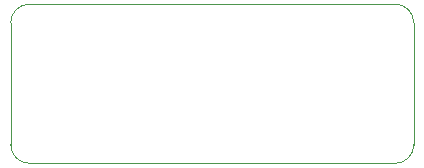
<source format=gm1>
%TF.GenerationSoftware,KiCad,Pcbnew,7.0.6*%
%TF.CreationDate,2024-04-11T11:50:25+05:30*%
%TF.ProjectId,jstxh compact splitter board,6a737478-6820-4636-9f6d-706163742073,rev?*%
%TF.SameCoordinates,Original*%
%TF.FileFunction,Profile,NP*%
%FSLAX46Y46*%
G04 Gerber Fmt 4.6, Leading zero omitted, Abs format (unit mm)*
G04 Created by KiCad (PCBNEW 7.0.6) date 2024-04-11 11:50:25*
%MOMM*%
%LPD*%
G01*
G04 APERTURE LIST*
%TA.AperFunction,Profile*%
%ADD10C,0.100000*%
%TD*%
G04 APERTURE END LIST*
D10*
X108743800Y-84137500D02*
G75*
G03*
X110331250Y-85725000I1587500J0D01*
G01*
X141287500Y-85725000D02*
G75*
G03*
X142875000Y-84137500I0J1587500D01*
G01*
X108743750Y-84137500D02*
X108743750Y-73818750D01*
X110331250Y-72231250D02*
G75*
G03*
X108743750Y-73818750I50J-1587550D01*
G01*
X142875000Y-84137500D02*
X142875000Y-73818750D01*
X141287500Y-85725000D02*
X110331250Y-85725000D01*
X110331250Y-72231250D02*
X141287500Y-72231250D01*
X142875050Y-73818750D02*
G75*
G03*
X141287500Y-72231250I-1587550J-50D01*
G01*
M02*

</source>
